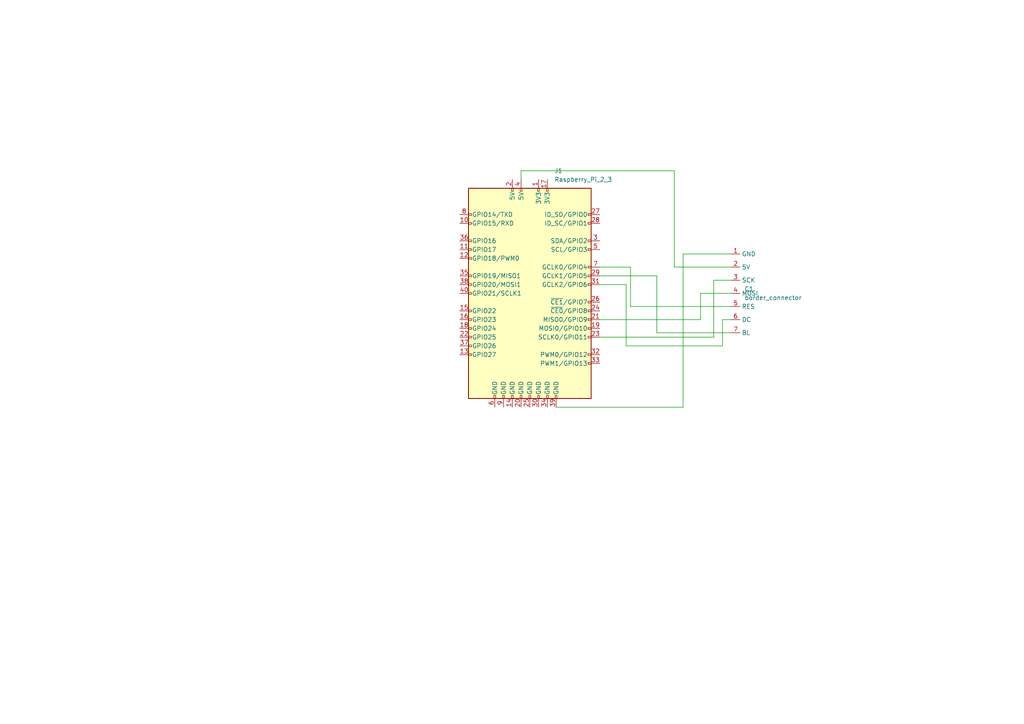
<source format=kicad_sch>
(kicad_sch (version 20211123) (generator eeschema)
  (paper "A4")
  (lib_symbols
    (symbol "Connector:Raspberry_Pi_2_3" (pin_names (offset 1.016))
      (property "Reference" "J" (at -17.78 31.75 0))
      (property "Value" "Raspberry_Pi_2_3" (at 10.16 -31.75 0))
      (symbol "Raspberry_Pi_2_3_0_1"
        (rectangle (start -17.78 30.48) (end 17.78 -30.48) (stroke (width 0.254)) (fill (type background)))
      )
      (symbol "Raspberry_Pi_2_3_1_1"
        (rectangle (start -16.891 -17.526) (end -17.78 -18.034))
        (rectangle (start -16.891 -14.986) (end -17.78 -15.494))
        (rectangle (start -16.891 -12.446) (end -17.78 -12.954))
        (rectangle (start -16.891 -9.906) (end -17.78 -10.414))
        (rectangle (start -16.891 -7.366) (end -17.78 -7.874))
        (rectangle (start -16.891 -4.826) (end -17.78 -5.334))
        (rectangle (start -16.891 0.254) (end -17.78 -0.254))
        (rectangle (start -16.891 2.794) (end -17.78 2.286))
        (rectangle (start -16.891 5.334) (end -17.78 4.826))
        (rectangle (start -16.891 10.414) (end -17.78 9.906))
        (rectangle (start -16.891 12.954) (end -17.78 12.446))
        (rectangle (start -16.891 15.494) (end -17.78 14.986))
        (rectangle (start -16.891 20.574) (end -17.78 20.066))
        (rectangle (start -16.891 23.114) (end -17.78 22.606))
        (rectangle (start -10.414 -29.591) (end -9.906 -30.48))
        (rectangle (start -7.874 -29.591) (end -7.366 -30.48))
        (rectangle (start -5.334 -29.591) (end -4.826 -30.48))
        (rectangle (start -5.334 30.48) (end -4.826 29.591))
        (rectangle (start -2.794 -29.591) (end -2.286 -30.48))
        (rectangle (start -2.794 30.48) (end -2.286 29.591))
        (rectangle (start -0.254 -29.591) (end 0.254 -30.48))
        (rectangle (start 2.286 -29.591) (end 2.794 -30.48))
        (rectangle (start 2.286 30.48) (end 2.794 29.591))
        (rectangle (start 4.826 -29.591) (end 5.334 -30.48))
        (rectangle (start 4.826 30.48) (end 5.334 29.591))
        (rectangle (start 7.366 -29.591) (end 7.874 -30.48))
        (rectangle (start 17.78 -20.066) (end 16.891 -20.574))
        (rectangle (start 17.78 -17.526) (end 16.891 -18.034))
        (rectangle (start 17.78 -12.446) (end 16.891 -12.954))
        (rectangle (start 17.78 -9.906) (end 16.891 -10.414))
        (rectangle (start 17.78 -7.366) (end 16.891 -7.874))
        (rectangle (start 17.78 -4.826) (end 16.891 -5.334))
        (rectangle (start 17.78 -2.286) (end 16.891 -2.794))
        (rectangle (start 17.78 2.794) (end 16.891 2.286))
        (rectangle (start 17.78 5.334) (end 16.891 4.826))
        (rectangle (start 17.78 7.874) (end 16.891 7.366))
        (rectangle (start 17.78 12.954) (end 16.891 12.446))
        (rectangle (start 17.78 15.494) (end 16.891 14.986))
        (rectangle (start 17.78 20.574) (end 16.891 20.066))
        (rectangle (start 17.78 23.114) (end 16.891 22.606))
        (pin power_in line (at 2.54 33.02 270) (length 2.54) (name "3V3") (number "1"))
        (pin bidirectional line (at -20.32 20.32 0) (length 2.54) (name "GPIO15/RXD") (number "10"))
        (pin bidirectional line (at -20.32 12.7 0) (length 2.54) (name "GPIO17") (number "11"))
        (pin bidirectional line (at -20.32 10.16 0) (length 2.54) (name "GPIO18/PWM0") (number "12"))
        (pin bidirectional line (at -20.32 -17.78 0) (length 2.54) (name "GPIO27") (number "13"))
        (pin power_in line (at -5.08 -33.02 90) (length 2.54) (name "GND") (number "14"))
        (pin bidirectional line (at -20.32 -5.08 0) (length 2.54) (name "GPIO22") (number "15"))
        (pin bidirectional line (at -20.32 -7.62 0) (length 2.54) (name "GPIO23") (number "16"))
        (pin power_in line (at 5.08 33.02 270) (length 2.54) (name "3V3") (number "17"))
        (pin bidirectional line (at -20.32 -10.16 0) (length 2.54) (name "GPIO24") (number "18"))
        (pin bidirectional line (at 20.32 -10.16 180) (length 2.54) (name "MOSI0/GPIO10") (number "19"))
        (pin power_in line (at -5.08 33.02 270) (length 2.54) (name "5V") (number "2"))
        (pin power_in line (at -2.54 -33.02 90) (length 2.54) (name "GND") (number "20"))
        (pin bidirectional line (at 20.32 -7.62 180) (length 2.54) (name "MISO0/GPIO9") (number "21"))
        (pin bidirectional line (at -20.32 -12.7 0) (length 2.54) (name "GPIO25") (number "22"))
        (pin bidirectional line (at 20.32 -12.7 180) (length 2.54) (name "SCLK0/GPIO11") (number "23"))
        (pin bidirectional line (at 20.32 -5.08 180) (length 2.54) (name "~{CE0}/GPIO8") (number "24"))
        (pin power_in line (at 0 -33.02 90) (length 2.54) (name "GND") (number "25"))
        (pin bidirectional line (at 20.32 -2.54 180) (length 2.54) (name "~{CE1}/GPIO7") (number "26"))
        (pin bidirectional line (at 20.32 22.86 180) (length 2.54) (name "ID_SD/GPIO0") (number "27"))
        (pin bidirectional line (at 20.32 20.32 180) (length 2.54) (name "ID_SC/GPIO1") (number "28"))
        (pin bidirectional line (at 20.32 5.08 180) (length 2.54) (name "GCLK1/GPIO5") (number "29"))
        (pin bidirectional line (at 20.32 15.24 180) (length 2.54) (name "SDA/GPIO2") (number "3"))
        (pin power_in line (at 2.54 -33.02 90) (length 2.54) (name "GND") (number "30"))
        (pin bidirectional line (at 20.32 2.54 180) (length 2.54) (name "GCLK2/GPIO6") (number "31"))
        (pin bidirectional line (at 20.32 -17.78 180) (length 2.54) (name "PWM0/GPIO12") (number "32"))
        (pin bidirectional line (at 20.32 -20.32 180) (length 2.54) (name "PWM1/GPIO13") (number "33"))
        (pin power_in line (at 5.08 -33.02 90) (length 2.54) (name "GND") (number "34"))
        (pin bidirectional line (at -20.32 5.08 0) (length 2.54) (name "GPIO19/MISO1") (number "35"))
        (pin bidirectional line (at -20.32 15.24 0) (length 2.54) (name "GPIO16") (number "36"))
        (pin bidirectional line (at -20.32 -15.24 0) (length 2.54) (name "GPIO26") (number "37"))
        (pin bidirectional line (at -20.32 2.54 0) (length 2.54) (name "GPIO20/MOSI1") (number "38"))
        (pin power_in line (at 7.62 -33.02 90) (length 2.54) (name "GND") (number "39"))
        (pin power_in line (at -2.54 33.02 270) (length 2.54) (name "5V") (number "4"))
        (pin bidirectional line (at -20.32 0 0) (length 2.54) (name "GPIO21/SCLK1") (number "40"))
        (pin bidirectional line (at 20.32 12.7 180) (length 2.54) (name "SCL/GPIO3") (number "5"))
        (pin power_in line (at -10.16 -33.02 90) (length 2.54) (name "GND") (number "6"))
        (pin bidirectional line (at 20.32 7.62 180) (length 2.54) (name "GCLK0/GPIO4") (number "7"))
        (pin bidirectional line (at -20.32 22.86 0) (length 2.54) (name "GPIO14/TXD") (number "8"))
        (pin power_in line (at -7.62 -33.02 90) (length 2.54) (name "GND") (number "9"))
      )
    )
    (symbol "pred:border_connector"
      (property "Reference" "C" (at 0 11.43 0))
      (property "Value" "border_connector" (at 0 11.43 0))
      (symbol "border_connector_1_1"
        (pin input line (at -11.43 -2.54 90) (length 2.54) (name "GND") (number "1"))
        (pin input line (at -7.62 -2.54 90) (length 2.54) (name "5V") (number "2"))
        (pin input line (at -3.81 -2.54 90) (length 2.54) (name "SCK") (number "3"))
        (pin input line (at 0 -2.54 90) (length 2.54) (name "MOSI") (number "4"))
        (pin input line (at 3.81 -2.54 90) (length 2.54) (name "RES") (number "5"))
        (pin input line (at 7.62 -2.54 90) (length 2.54) (name "DC") (number "6"))
        (pin input line (at 11.43 -2.54 90) (length 2.54) (name "BL") (number "7"))
      )
    )
  )
  (wire (pts (xy 151.13 52.07) (xy 151.13 49.53)))
  (wire (pts (xy 161.29 118.11) (xy 198.12 118.11)))
  (wire (pts (xy 207.01 97.79) (xy 207.01 81.28)))
  (wire (pts (xy 203.2 92.71) (xy 203.2 85.09)))
  (wire (pts (xy 209.55 92.71) (xy 209.55 100.33)))
  (wire (pts (xy 207.01 81.28) (xy 212.09 81.28)))
  (wire (pts (xy 212.09 88.9) (xy 182.88 88.9)))
  (wire (pts (xy 198.12 118.11) (xy 198.12 73.66)))
  (wire (pts (xy 173.99 97.79) (xy 207.01 97.79)))
  (wire (pts (xy 203.2 85.09) (xy 212.09 85.09)))
  (wire (pts (xy 181.61 82.55) (xy 173.99 82.55)))
  (wire (pts (xy 173.99 92.71) (xy 203.2 92.71)))
  (wire (pts (xy 212.09 96.52) (xy 190.5 96.52)))
  (wire (pts (xy 190.5 96.52) (xy 190.5 80.01)))
  (wire (pts (xy 190.5 80.01) (xy 173.99 80.01)))
  (wire (pts (xy 212.09 92.71) (xy 209.55 92.71)))
  (wire (pts (xy 182.88 77.47) (xy 173.99 77.47)))
  (wire (pts (xy 198.12 73.66) (xy 212.09 73.66)))
  (wire (pts (xy 209.55 100.33) (xy 181.61 100.33)))
  (wire (pts (xy 195.58 77.47) (xy 212.09 77.47)))
  (wire (pts (xy 195.58 49.53) (xy 195.58 77.47)))
  (wire (pts (xy 151.13 49.53) (xy 195.58 49.53)))
  (wire (pts (xy 182.88 88.9) (xy 182.88 77.47)))
  (wire (pts (xy 181.61 100.33) (xy 181.61 82.55)))
  (symbol (lib_id "pred:border_connector") (at 214.63 85.09 270) (unit 1)
    (property "Reference" "C1" (at 215.9 83.8199 90) (effects (justify left)))
    (property "Value" "border_connector" (at 215.9 86.3599 90) (effects (justify left)))
    (property "Footprint" "pred:connector placa st7789" (effects hide))
  )
  (symbol (lib_id "Connector:Raspberry_Pi_2_3") (at 153.67 85.09 0) (unit 1)
    (property "Reference" "J1" (at 160.7694 49.53 0) (effects (justify left)))
    (property "Value" "Raspberry_Pi_2_3" (at 160.7694 52.07 0) (effects (justify left)))
    (property "Footprint" "Connector_PinHeader_2.54mm:PinHeader_2x40_P2.54mm_Vertical" (effects hide))
    (property "Datasheet" "https://www.raspberrypi.org/documentation/hardware/raspberrypi/schematics/rpi_SCH_3bplus_1p0_reduced.pdf" (effects hide))
  )
)
</source>
